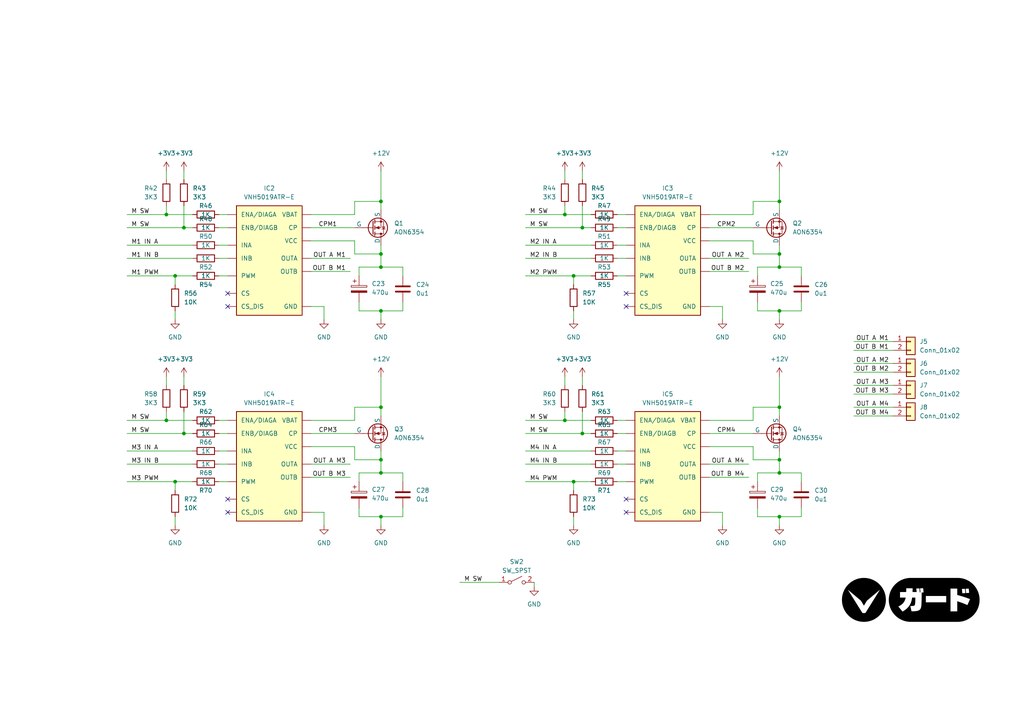
<source format=kicad_sch>
(kicad_sch (version 20231120) (generator "eeschema") (generator_version "8.0")
  (paper "A4")
  (title_block (title "VNH5019 Motor Driver") (date "2024-04-11") (rev "1") (company "Sentinels Robotics") (comment 1 "Created By: Vincent Cayadi"))
  (lib_symbols
    (symbol "Connector_Generic:Conn_01x02" (pin_names (offset 1.016) hide)
      (property "Reference" "J" (at 0 2.54 0))
      (property "Value" "Conn_01x02" (at 0 -5.08 0))
      (symbol "Conn_01x02_1_1"
        (rectangle (start -1.27 -2.413) (end 0 -2.667) (stroke (width 0.1524)))
        (rectangle (start -1.27 0.127) (end 0 -0.127) (stroke (width 0.1524)))
        (rectangle (start -1.27 1.27) (end 1.27 -3.81) (stroke (width 0.254)) (fill (type background)))
        (pin passive line (at -5.08 0 0) (length 3.81) (name "Pin_1") (number "1"))
        (pin passive line (at -5.08 -2.54 0) (length 3.81) (name "Pin_2") (number "2"))
      )
    )
    (symbol "Device:C" (pin_numbers hide) (pin_names (offset 0.254))
      (property "Reference" "C" (at 0.635 2.54 0))
      (property "Value" "C" (at 0.635 -2.54 0))
      (symbol "C_0_1"
        (polyline (pts (xy -2.032 -0.762) (xy 2.032 -0.762)) (stroke (width 0.508)))
        (polyline (pts (xy -2.032 0.762) (xy 2.032 0.762)) (stroke (width 0.508)))
      )
      (symbol "C_1_1"
        (pin passive line (at 0 3.81 270) (length 2.794) (name "~") (number "1"))
        (pin passive line (at 0 -3.81 90) (length 2.794) (name "~") (number "2"))
      )
    )
    (symbol "Device:C_Polarized" (pin_numbers hide) (pin_names (offset 0.254))
      (property "Reference" "C" (at 0.635 2.54 0))
      (property "Value" "C_Polarized" (at 0.635 -2.54 0))
      (symbol "C_Polarized_0_1"
        (rectangle (start -2.286 0.508) (end 2.286 1.016))
        (polyline (pts (xy -1.778 2.286) (xy -0.762 2.286)))
        (polyline (pts (xy -1.27 2.794) (xy -1.27 1.778)))
        (rectangle (start 2.286 -0.508) (end -2.286 -1.016) (fill (type outline)))
      )
      (symbol "C_Polarized_1_1"
        (pin passive line (at 0 3.81 270) (length 2.794) (name "~") (number "1"))
        (pin passive line (at 0 -3.81 90) (length 2.794) (name "~") (number "2"))
      )
    )
    (symbol "Device:R" (pin_numbers hide) (pin_names (offset 0))
      (property "Reference" "R" (at 2.032 0 90))
      (property "Value" "R" (at 0 0 90))
      (symbol "R_0_1"
        (rectangle (start -1.016 -2.54) (end 1.016 2.54) (stroke (width 0.254)))
      )
      (symbol "R_1_1"
        (pin passive line (at 0 3.81 270) (length 1.27) (name "~") (number "1"))
        (pin passive line (at 0 -3.81 90) (length 1.27) (name "~") (number "2"))
      )
    )
    (symbol "Switch:SW_SPST" (pin_names (offset 0) hide)
      (property "Reference" "SW" (at 0 3.175 0))
      (property "Value" "SW_SPST" (at 0 -2.54 0))
      (symbol "SW_SPST_0_0"
        (circle (center -2.032 0) (radius 0.508))
        (polyline (pts (xy -1.524 0.254) (xy 1.524 1.778)))
        (circle (center 2.032 0) (radius 0.508))
      )
      (symbol "SW_SPST_1_1"
        (pin passive line (at -5.08 0 0) (length 2.54) (name "A") (number "1"))
        (pin passive line (at 5.08 0 180) (length 2.54) (name "B") (number "2"))
      )
    )
    (symbol "power:+12V" (power) (pin_names (offset 0))
      (property "Value" "+12V" (at 0 3.556 0))
      (symbol "+12V_0_1"
        (polyline (pts (xy -0.762 1.27) (xy 0 2.54)))
        (polyline (pts (xy 0 0) (xy 0 2.54)))
        (polyline (pts (xy 0 2.54) (xy 0.762 1.27)))
      )
      (symbol "+12V_1_1"
        (pin power_in line (at 0 0 90) (length 0) hide (name "+12V") (number "1"))
      )
    )
    (symbol "power:+3V3" (power) (pin_names (offset 0))
      (property "Value" "+3V3" (at 0 3.556 0))
      (symbol "+3V3_0_1"
        (polyline (pts (xy -0.762 1.27) (xy 0 2.54)))
        (polyline (pts (xy 0 0) (xy 0 2.54)))
        (polyline (pts (xy 0 2.54) (xy 0.762 1.27)))
      )
      (symbol "+3V3_1_1"
        (pin power_in line (at 0 0 90) (length 0) hide (name "+3V3") (number "1"))
      )
    )
    (symbol "power:GND" (power) (pin_names (offset 0))
      (property "Value" "GND" (at 0 -3.81 0))
      (symbol "GND_0_1"
        (polyline (pts (xy 0 0) (xy 0 -1.27) (xy 1.27 -1.27) (xy 0 -2.54) (xy -1.27 -1.27) (xy 0 -1.27)))
      )
      (symbol "GND_1_1"
        (pin power_in line (at 0 0 270) (length 0) hide (name "GND") (number "1"))
      )
    )
    (symbol "vincent:AON6354" (pin_numbers hide) (pin_names (offset 0))
      (property "Reference" "Q" (at 10.16 1.27 0))
      (property "Value" "AON6354" (at 10.16 -1.27 0))
      (symbol "AON6354_0_1"
        (polyline (pts (xy 5.334 0) (xy 2.54 0)))
        (polyline (pts (xy 5.334 1.905) (xy 5.334 -1.905)) (stroke (width 0.254)))
        (polyline (pts (xy 5.842 -1.27) (xy 5.842 -2.286)) (stroke (width 0.254)))
        (polyline (pts (xy 5.842 0.508) (xy 5.842 -0.508)) (stroke (width 0.254)))
        (polyline (pts (xy 5.842 2.286) (xy 5.842 1.27)) (stroke (width 0.254)))
        (polyline (pts (xy 7.62 2.54) (xy 7.62 1.778)))
        (polyline (pts (xy 7.62 -2.54) (xy 7.62 0) (xy 5.842 0)))
        (polyline (pts (xy 5.842 -1.778) (xy 8.382 -1.778) (xy 8.382 1.778) (xy 5.842 1.778)))
        (polyline (pts (xy 6.096 0) (xy 7.112 0.381) (xy 7.112 -0.381) (xy 6.096 0)) (fill (type outline)))
        (polyline (pts (xy 7.874 0.508) (xy 8.001 0.381) (xy 8.763 0.381) (xy 8.89 0.254)))
        (polyline (pts (xy 8.382 0.381) (xy 8.001 -0.254) (xy 8.763 -0.254) (xy 8.382 0.381)))
        (circle (center 6.731 0) (radius 2.794) (stroke (width 0.254)))
        (circle (center 7.62 -1.778) (radius 0.254) (fill (type outline)))
        (circle (center 7.62 1.778) (radius 0.254) (fill (type outline)))
      )
      (symbol "AON6354_1_1"
        (pin passive line (at 7.62 -5.08 90) (length 2.54) (name "S") (number "1"))
        (pin passive line (at 7.62 -5.08 90) (length 2.54) hide (name "S") (number "2"))
        (pin passive line (at 7.62 -5.08 90) (length 2.54) hide (name "S") (number "3"))
        (pin input line (at 0 0 0) (length 2.54) (name "G") (number "4"))
        (pin passive line (at 7.62 5.08 270) (length 2.54) (name "D") (number "5"))
        (pin passive line (at 7.62 5.08 270) (length 2.54) hide (name "D") (number "6"))
        (pin passive line (at 7.62 5.08 270) (length 2.54) hide (name "D") (number "7"))
        (pin passive line (at 7.62 5.08 270) (length 2.54) hide (name "D") (number "8"))
        (pin passive line (at 7.62 5.08 270) (length 2.54) hide (name "D") (number "9"))
      )
    )
    (symbol "vincent:VNH5019ATR-E" (pin_numbers hide) (pin_names (offset 1.27))
      (property "Reference" "IC" (at 5.08 6.35 0))
      (property "Value" "VNH5019ATR-E" (at 11.43 3.81 0))
      (symbol "VNH5019ATR-E_1_1"
        (rectangle (start 5.08 2.54) (end 24.13 -29.21) (stroke (width 0.254)) (fill (type background)))
        (pin input line (at 26.67 -12.7 180) (length 2.54) (name "OUTA") (number "1"))
        (pin input line (at 2.54 -12.7 0) (length 2.54) (name "INB") (number "10"))
        (pin input line (at 26.67 -3.81 180) (length 2.54) (name "CP") (number "11"))
        (pin input line (at 26.67 0 180) (length 2.54) (name "VBAT") (number "12"))
        (pin input line (at 26.67 -7.62 180) (length 2.54) hide (name "VCC") (number "13"))
        (pin no_connect line (at 26.67 -24.13 180) (length 2.54) hide (name "NC") (number "14"))
        (pin input line (at 26.67 -16.51 180) (length 2.54) (name "OUTB") (number "15"))
        (pin input line (at 26.67 -16.51 180) (length 2.54) hide (name "OUTB") (number "16"))
        (pin no_connect line (at 26.67 -24.13 180) (length 2.54) hide (name "NC") (number "17"))
        (pin input line (at 26.67 -26.67 180) (length 2.54) (name "GND") (number "18"))
        (pin input line (at 26.67 -26.67 180) (length 2.54) hide (name "GND") (number "19"))
        (pin no_connect line (at 26.67 -24.13 180) (length 2.54) hide (name "NC") (number "2"))
        (pin input line (at 26.67 -26.67 180) (length 2.54) hide (name "GND") (number "20"))
        (pin input line (at 26.67 -16.51 180) (length 2.54) hide (name "OUTB") (number "21"))
        (pin no_connect line (at 26.67 -24.13 180) (length 2.54) hide (name "NC") (number "22"))
        (pin input line (at 26.67 -7.62 180) (length 2.54) hide (name "VCC") (number "23"))
        (pin no_connect line (at 26.67 -24.13 180) (length 2.54) hide (name "NC") (number "24"))
        (pin input line (at 26.67 -12.7 180) (length 2.54) hide (name "OUTA") (number "25"))
        (pin input line (at 26.67 -26.67 180) (length 2.54) hide (name "GND") (number "26"))
        (pin input line (at 26.67 -26.67 180) (length 2.54) hide (name "GND") (number "27"))
        (pin input line (at 26.67 -26.67 180) (length 2.54) hide (name "GND") (number "28"))
        (pin no_connect line (at 26.67 -24.13 180) (length 2.54) hide (name "NC") (number "29"))
        (pin input line (at 26.67 -7.62 180) (length 2.54) (name "VCC") (number "3"))
        (pin input line (at 26.67 -12.7 180) (length 2.54) hide (name "OUTA") (number "30"))
        (pin input line (at 26.67 -12.7 180) (length 2.54) hide (name "OUTA") (number "31"))
        (pin input line (at 26.67 -16.51 180) (length 2.54) hide (name "OUTB") (number "32"))
        (pin input line (at 26.67 -7.62 180) (length 2.54) hide (name "VCC") (number "33"))
        (pin input line (at 2.54 -8.89 0) (length 2.54) (name "INA") (number "4"))
        (pin input line (at 2.54 0 0) (length 2.54) (name "ENA/DIAGA") (number "5"))
        (pin input line (at 2.54 -26.67 0) (length 2.54) (name "CS_DIS") (number "6"))
        (pin input line (at 2.54 -17.78 0) (length 2.54) (name "PWM") (number "7"))
        (pin input line (at 2.54 -22.86 0) (length 2.54) (name "CS") (number "8"))
        (pin input line (at 2.54 -3.81 0) (length 2.54) (name "ENB/DIAGB") (number "9"))
      )
    )
  )
  (junction (at 48.26 62.23))
  (junction (at 53.34 66.04))
  (junction (at 50.8 139.7))
  (junction (at 110.49 118.11))
  (junction (at 226.06 77.47))
  (junction (at 226.06 137.16))
  (junction (at 166.37 80.01))
  (junction (at 163.83 62.23))
  (junction (at 163.83 121.92))
  (junction (at 110.49 77.47))
  (junction (at 110.49 137.16))
  (junction (at 226.06 149.86))
  (junction (at 48.26 121.92))
  (junction (at 166.37 139.7))
  (junction (at 226.06 118.11))
  (junction (at 226.06 90.17))
  (junction (at 168.91 66.04))
  (junction (at 110.49 73.66))
  (junction (at 226.06 58.42))
  (junction (at 110.49 58.42))
  (junction (at 226.06 133.35))
  (junction (at 168.91 125.73))
  (junction (at 110.49 133.35))
  (junction (at 50.8 80.01))
  (junction (at 110.49 149.86))
  (junction (at 226.06 73.66))
  (junction (at 110.49 90.17))
  (junction (at 53.34 125.73))
  (no_connect (at 181.61 148.59))
  (no_connect (at 66.04 88.9))
  (no_connect (at 181.61 85.09))
  (no_connect (at 66.04 148.59))
  (no_connect (at 66.04 144.78))
  (no_connect (at 181.61 88.9))
  (no_connect (at 181.61 144.78))
  (no_connect (at 66.04 85.09))
  (wire (pts (xy 179.07 66.04) (xy 181.61 66.04)))
  (wire (pts (xy 166.37 80.01) (xy 171.45 80.01)))
  (wire (pts (xy 93.98 148.59) (xy 93.98 152.4)))
  (wire (pts (xy 48.26 62.23) (xy 55.88 62.23)))
  (wire (pts (xy 226.06 71.12) (xy 226.06 73.66)))
  (wire (pts (xy 90.17 74.93) (xy 101.6 74.93)))
  (wire (pts (xy 247.65 99.06) (xy 259.08 99.06)))
  (wire (pts (xy 232.41 137.16) (xy 232.41 139.7)))
  (wire (pts (xy 219.71 149.86) (xy 226.06 149.86)))
  (wire (pts (xy 152.4 125.73) (xy 168.91 125.73)))
  (wire (pts (xy 110.49 149.86) (xy 116.84 149.86)))
  (wire (pts (xy 226.06 90.17) (xy 232.41 90.17)))
  (wire (pts (xy 110.49 60.96) (xy 110.49 58.42)))
  (wire (pts (xy 50.8 90.17) (xy 50.8 92.71)))
  (wire (pts (xy 247.65 120.65) (xy 259.08 120.65)))
  (wire (pts (xy 247.65 105.41) (xy 259.08 105.41)))
  (wire (pts (xy 50.8 80.01) (xy 55.88 80.01)))
  (wire (pts (xy 226.06 60.96) (xy 226.06 58.42)))
  (wire (pts (xy 205.74 148.59) (xy 209.55 148.59)))
  (wire (pts (xy 205.74 121.92) (xy 218.44 121.92)))
  (wire (pts (xy 205.74 62.23) (xy 218.44 62.23)))
  (wire (pts (xy 63.5 121.92) (xy 66.04 121.92)))
  (wire (pts (xy 205.74 74.93) (xy 217.17 74.93)))
  (wire (pts (xy 168.91 66.04) (xy 171.45 66.04)))
  (wire (pts (xy 90.17 78.74) (xy 101.6 78.74)))
  (wire (pts (xy 36.83 71.12) (xy 55.88 71.12)))
  (wire (pts (xy 226.06 49.53) (xy 226.06 58.42)))
  (wire (pts (xy 152.4 74.93) (xy 171.45 74.93)))
  (wire (pts (xy 209.55 88.9) (xy 209.55 92.71)))
  (wire (pts (xy 205.74 66.04) (xy 218.44 66.04)))
  (wire (pts (xy 116.84 147.32) (xy 116.84 149.86)))
  (wire (pts (xy 36.83 74.93) (xy 55.88 74.93)))
  (wire (pts (xy 205.74 88.9) (xy 209.55 88.9)))
  (wire (pts (xy 152.4 134.62) (xy 171.45 134.62)))
  (wire (pts (xy 102.87 118.11) (xy 110.49 118.11)))
  (wire (pts (xy 104.14 137.16) (xy 104.14 139.7)))
  (wire (pts (xy 48.26 121.92) (xy 55.88 121.92)))
  (wire (pts (xy 226.06 77.47) (xy 232.41 77.47)))
  (wire (pts (xy 163.83 119.38) (xy 163.83 121.92)))
  (wire (pts (xy 104.14 90.17) (xy 110.49 90.17)))
  (wire (pts (xy 205.74 78.74) (xy 217.17 78.74)))
  (wire (pts (xy 152.4 139.7) (xy 166.37 139.7)))
  (wire (pts (xy 168.91 125.73) (xy 171.45 125.73)))
  (wire (pts (xy 166.37 80.01) (xy 166.37 82.55)))
  (wire (pts (xy 219.71 147.32) (xy 219.71 149.86)))
  (wire (pts (xy 219.71 137.16) (xy 219.71 139.7)))
  (wire (pts (xy 102.87 73.66) (xy 110.49 73.66)))
  (wire (pts (xy 179.07 130.81) (xy 181.61 130.81)))
  (wire (pts (xy 90.17 148.59) (xy 93.98 148.59)))
  (wire (pts (xy 48.26 49.53) (xy 48.26 52.07)))
  (wire (pts (xy 218.44 69.85) (xy 218.44 73.66)))
  (wire (pts (xy 48.26 59.69) (xy 48.26 62.23)))
  (wire (pts (xy 63.5 74.93) (xy 66.04 74.93)))
  (wire (pts (xy 218.44 58.42) (xy 226.06 58.42)))
  (wire (pts (xy 110.49 90.17) (xy 116.84 90.17)))
  (wire (pts (xy 219.71 90.17) (xy 226.06 90.17)))
  (wire (pts (xy 104.14 77.47) (xy 104.14 80.01)))
  (wire (pts (xy 104.14 87.63) (xy 104.14 90.17)))
  (wire (pts (xy 166.37 90.17) (xy 166.37 92.71)))
  (wire (pts (xy 63.5 71.12) (xy 66.04 71.12)))
  (wire (pts (xy 226.06 149.86) (xy 226.06 152.4)))
  (wire (pts (xy 209.55 148.59) (xy 209.55 152.4)))
  (wire (pts (xy 226.06 73.66) (xy 226.06 77.47)))
  (wire (pts (xy 152.4 80.01) (xy 166.37 80.01)))
  (wire (pts (xy 110.49 109.22) (xy 110.49 118.11)))
  (wire (pts (xy 179.07 121.92) (xy 181.61 121.92)))
  (wire (pts (xy 36.83 80.01) (xy 50.8 80.01)))
  (wire (pts (xy 168.91 119.38) (xy 168.91 125.73)))
  (wire (pts (xy 102.87 121.92) (xy 102.87 118.11)))
  (wire (pts (xy 163.83 62.23) (xy 171.45 62.23)))
  (wire (pts (xy 218.44 133.35) (xy 226.06 133.35)))
  (wire (pts (xy 219.71 77.47) (xy 226.06 77.47)))
  (wire (pts (xy 179.07 62.23) (xy 181.61 62.23)))
  (wire (pts (xy 90.17 69.85) (xy 102.87 69.85)))
  (wire (pts (xy 110.49 71.12) (xy 110.49 73.66)))
  (wire (pts (xy 63.5 80.01) (xy 66.04 80.01)))
  (wire (pts (xy 232.41 77.47) (xy 232.41 80.01)))
  (wire (pts (xy 102.87 62.23) (xy 102.87 58.42)))
  (wire (pts (xy 90.17 121.92) (xy 102.87 121.92)))
  (wire (pts (xy 163.83 49.53) (xy 163.83 52.07)))
  (wire (pts (xy 226.06 90.17) (xy 226.06 92.71)))
  (wire (pts (xy 53.34 66.04) (xy 55.88 66.04)))
  (wire (pts (xy 104.14 137.16) (xy 110.49 137.16)))
  (wire (pts (xy 163.83 121.92) (xy 171.45 121.92)))
  (wire (pts (xy 247.65 114.3) (xy 259.08 114.3)))
  (wire (pts (xy 48.26 119.38) (xy 48.26 121.92)))
  (wire (pts (xy 179.07 80.01) (xy 181.61 80.01)))
  (wire (pts (xy 110.49 120.65) (xy 110.49 118.11)))
  (wire (pts (xy 53.34 49.53) (xy 53.34 52.07)))
  (wire (pts (xy 226.06 149.86) (xy 232.41 149.86)))
  (wire (pts (xy 90.17 138.43) (xy 101.6 138.43)))
  (wire (pts (xy 102.87 129.54) (xy 102.87 133.35)))
  (wire (pts (xy 205.74 69.85) (xy 218.44 69.85)))
  (wire (pts (xy 50.8 139.7) (xy 55.88 139.7)))
  (wire (pts (xy 50.8 149.86) (xy 50.8 152.4)))
  (wire (pts (xy 205.74 138.43) (xy 217.17 138.43)))
  (wire (pts (xy 133.35 168.91) (xy 144.78 168.91)))
  (wire (pts (xy 93.98 88.9) (xy 93.98 92.71)))
  (wire (pts (xy 36.83 139.7) (xy 50.8 139.7)))
  (wire (pts (xy 102.87 69.85) (xy 102.87 73.66)))
  (wire (pts (xy 116.84 87.63) (xy 116.84 90.17)))
  (wire (pts (xy 116.84 77.47) (xy 116.84 80.01)))
  (wire (pts (xy 152.4 121.92) (xy 163.83 121.92)))
  (wire (pts (xy 50.8 80.01) (xy 50.8 82.55)))
  (wire (pts (xy 218.44 118.11) (xy 226.06 118.11)))
  (wire (pts (xy 63.5 66.04) (xy 66.04 66.04)))
  (wire (pts (xy 154.94 170.18) (xy 154.94 168.91)))
  (wire (pts (xy 179.07 134.62) (xy 181.61 134.62)))
  (wire (pts (xy 90.17 66.04) (xy 102.87 66.04)))
  (wire (pts (xy 247.65 101.6) (xy 259.08 101.6)))
  (wire (pts (xy 36.83 125.73) (xy 53.34 125.73)))
  (wire (pts (xy 63.5 130.81) (xy 66.04 130.81)))
  (wire (pts (xy 166.37 139.7) (xy 166.37 142.24)))
  (wire (pts (xy 232.41 87.63) (xy 232.41 90.17)))
  (wire (pts (xy 226.06 130.81) (xy 226.06 133.35)))
  (wire (pts (xy 205.74 134.62) (xy 217.17 134.62)))
  (wire (pts (xy 104.14 149.86) (xy 110.49 149.86)))
  (wire (pts (xy 247.65 111.76) (xy 259.08 111.76)))
  (wire (pts (xy 232.41 147.32) (xy 232.41 149.86)))
  (wire (pts (xy 110.49 77.47) (xy 116.84 77.47)))
  (wire (pts (xy 226.06 120.65) (xy 226.06 118.11)))
  (wire (pts (xy 53.34 109.22) (xy 53.34 111.76)))
  (wire (pts (xy 152.4 62.23) (xy 163.83 62.23)))
  (wire (pts (xy 110.49 130.81) (xy 110.49 133.35)))
  (wire (pts (xy 90.17 129.54) (xy 102.87 129.54)))
  (wire (pts (xy 152.4 130.81) (xy 171.45 130.81)))
  (wire (pts (xy 163.83 59.69) (xy 163.83 62.23)))
  (wire (pts (xy 179.07 71.12) (xy 181.61 71.12)))
  (wire (pts (xy 205.74 129.54) (xy 218.44 129.54)))
  (wire (pts (xy 226.06 109.22) (xy 226.06 118.11)))
  (wire (pts (xy 168.91 109.22) (xy 168.91 111.76)))
  (wire (pts (xy 110.49 90.17) (xy 110.49 92.71)))
  (wire (pts (xy 36.83 134.62) (xy 55.88 134.62)))
  (wire (pts (xy 166.37 149.86) (xy 166.37 152.4)))
  (wire (pts (xy 110.49 73.66) (xy 110.49 77.47)))
  (wire (pts (xy 226.06 133.35) (xy 226.06 137.16)))
  (wire (pts (xy 104.14 147.32) (xy 104.14 149.86)))
  (wire (pts (xy 53.34 59.69) (xy 53.34 66.04)))
  (wire (pts (xy 168.91 59.69) (xy 168.91 66.04)))
  (wire (pts (xy 104.14 77.47) (xy 110.49 77.47)))
  (wire (pts (xy 90.17 88.9) (xy 93.98 88.9)))
  (wire (pts (xy 179.07 139.7) (xy 181.61 139.7)))
  (wire (pts (xy 63.5 125.73) (xy 66.04 125.73)))
  (wire (pts (xy 110.49 137.16) (xy 116.84 137.16)))
  (wire (pts (xy 50.8 139.7) (xy 50.8 142.24)))
  (wire (pts (xy 48.26 109.22) (xy 48.26 111.76)))
  (wire (pts (xy 205.74 125.73) (xy 218.44 125.73)))
  (wire (pts (xy 90.17 134.62) (xy 101.6 134.62)))
  (wire (pts (xy 247.65 107.95) (xy 259.08 107.95)))
  (wire (pts (xy 218.44 73.66) (xy 226.06 73.66)))
  (wire (pts (xy 36.83 62.23) (xy 48.26 62.23)))
  (wire (pts (xy 179.07 74.93) (xy 181.61 74.93)))
  (wire (pts (xy 218.44 62.23) (xy 218.44 58.42)))
  (wire (pts (xy 168.91 49.53) (xy 168.91 52.07)))
  (wire (pts (xy 218.44 129.54) (xy 218.44 133.35)))
  (wire (pts (xy 218.44 121.92) (xy 218.44 118.11)))
  (wire (pts (xy 36.83 66.04) (xy 53.34 66.04)))
  (wire (pts (xy 110.49 149.86) (xy 110.49 152.4)))
  (wire (pts (xy 226.06 137.16) (xy 232.41 137.16)))
  (wire (pts (xy 102.87 58.42) (xy 110.49 58.42)))
  (wire (pts (xy 110.49 133.35) (xy 110.49 137.16)))
  (wire (pts (xy 179.07 125.73) (xy 181.61 125.73)))
  (wire (pts (xy 63.5 62.23) (xy 66.04 62.23)))
  (wire (pts (xy 36.83 130.81) (xy 55.88 130.81)))
  (wire (pts (xy 116.84 137.16) (xy 116.84 139.7)))
  (wire (pts (xy 163.83 109.22) (xy 163.83 111.76)))
  (wire (pts (xy 90.17 125.73) (xy 102.87 125.73)))
  (wire (pts (xy 219.71 87.63) (xy 219.71 90.17)))
  (wire (pts (xy 63.5 134.62) (xy 66.04 134.62)))
  (wire (pts (xy 53.34 119.38) (xy 53.34 125.73)))
  (wire (pts (xy 53.34 125.73) (xy 55.88 125.73)))
  (wire (pts (xy 219.71 137.16) (xy 226.06 137.16)))
  (wire (pts (xy 247.65 118.11) (xy 259.08 118.11)))
  (wire (pts (xy 219.71 77.47) (xy 219.71 80.01)))
  (wire (pts (xy 102.87 133.35) (xy 110.49 133.35)))
  (wire (pts (xy 110.49 49.53) (xy 110.49 58.42)))
  (wire (pts (xy 90.17 62.23) (xy 102.87 62.23)))
  (wire (pts (xy 152.4 66.04) (xy 168.91 66.04)))
  (wire (pts (xy 36.83 121.92) (xy 48.26 121.92)))
  (wire (pts (xy 152.4 71.12) (xy 171.45 71.12)))
  (wire (pts (xy 166.37 139.7) (xy 171.45 139.7)))
  (wire (pts (xy 63.5 139.7) (xy 66.04 139.7)))
  (image (at 264.16 173.99) (scale 0.133286))
  (label "OUT A M2" (at 257.81 105.41 180))
  (label "M SW" (at 38.1 125.73 0))
  (label "OUT A M4" (at 215.9 134.62 180))
  (label "OUT B M4" (at 215.9 138.43 180))
  (label "OUT B M3" (at 257.81 114.3 180))
  (label "M3 IN B" (at 38.1 134.62 0))
  (label "M SW" (at 134.62 168.91 0))
  (label "M4 IN B" (at 153.67 134.62 0))
  (label "OUT A M1" (at 100.33 74.93 180))
  (label "M3 PWM" (at 38.1 139.7 0))
  (label "OUT B M4" (at 257.81 120.65 180))
  (label "M SW" (at 38.1 121.92 0))
  (label "M SW" (at 38.1 62.23 0))
  (label "OUT B M2" (at 215.9 78.74 180))
  (label "OUT A M3" (at 257.81 111.76 180))
  (label "OUT B M2" (at 257.81 107.95 180))
  (label "M SW" (at 153.67 66.04 0))
  (label "CPM3" (at 97.79 125.73 180))
  (label "CPM2" (at 213.36 66.04 180))
  (label "OUT A M3" (at 100.33 134.62 180))
  (label "M2 IN A" (at 153.67 71.12 0))
  (label "OUT B M1" (at 257.81 101.6 180))
  (label "M2 IN B" (at 153.67 74.93 0))
  (label "OUT B M1" (at 100.33 78.74 180))
  (label "M2 PWM" (at 153.67 80.01 0))
  (label "OUT A M1" (at 257.81 99.06 180))
  (label "M SW" (at 38.1 66.04 0))
  (label "M4 PWM" (at 153.67 139.7 0))
  (label "M SW" (at 153.67 121.92 0))
  (label "M1 PWM" (at 38.1 80.01 0))
  (label "M1 IN B" (at 38.1 74.93 0))
  (label "OUT A M2" (at 215.9 74.93 180))
  (label "OUT A M4" (at 257.81 118.11 180))
  (label "M4 IN A" (at 153.67 130.81 0))
  (label "M SW" (at 153.67 62.23 0))
  (label "CPM1" (at 97.79 66.04 180))
  (label "M1 IN A" (at 38.1 71.12 0))
  (label "OUT B M3" (at 100.33 138.43 180))
  (label "M SW" (at 153.67 125.73 0))
  (label "CPM4" (at 213.36 125.73 180))
  (label "M3 IN A" (at 38.1 130.81 0))
  (symbol (lib_id "Device:C") (at 232.41 143.51 0) (mirror y) (unit 1)
    (property "Reference" "C30" (at 236.22 142.2399 0) (effects (justify right)))
    (property "Value" "0u1" (at 236.22 144.7799 0) (effects (justify right)))
    (property "Footprint" "Library:cap0603" (effects (hide yes)))
    (property "LCSC" "C3011705" (effects (hide yes)))
  )
  (symbol (lib_id "Device:R") (at 59.69 125.73 90) (unit 1)
    (property "Reference" "R64" (at 59.69 123.19 90))
    (property "Value" "1K" (at 59.69 125.73 90))
    (property "Footprint" "Library:res0603" (effects (hide yes)))
  )
  (symbol (lib_id "Device:R") (at 175.26 71.12 90) (unit 1)
    (property "Reference" "R51" (at 175.26 68.58 90))
    (property "Value" "1K" (at 175.26 71.12 90))
    (property "Footprint" "Library:res0603" (effects (hide yes)))
  )
  (symbol (lib_id "vincent:AON6354") (at 218.44 66.04 0) (mirror x) (unit 1)
    (property "Reference" "Q2" (at 229.87 64.77 0) (effects (justify left)))
    (property "Value" "AON6354" (at 229.87 67.31 0) (effects (justify left)))
    (property "Footprint" "Library:8-DFN (5x6)" (effects (hide yes)))
    (property "Datasheet" "https://aosmd.com/res/data_sheets/AON6354.pdf" (effects (hide yes)))
  )
  (symbol (lib_id "Device:R") (at 48.26 115.57 0) (mirror x) (unit 1)
    (property "Reference" "R58" (at 45.72 114.3 0) (effects (justify right)))
    (property "Value" "3K3" (at 45.72 116.84 0) (effects (justify right)))
    (property "Footprint" "Library:res0603" (effects (hide yes)))
  )
  (symbol (lib_id "power:+3V3") (at 168.91 49.53 0) (unit 1)
    (property "Reference" "#PWR052" (effects (hide yes)))
    (property "Value" "+3V3" (at 168.91 44.45 0))
  )
  (symbol (lib_id "vincent:VNH5019ATR-E") (at 63.5 121.92 0) (unit 1)
    (property "Reference" "IC4" (at 78.105 114.3 0))
    (property "Value" "VNH5019ATR-E" (at 78.105 116.84 0))
    (property "Footprint" "Library:ST_MultiPowerSO-30" (effects (hide yes)))
    (property "Datasheet" "https://www.st.com/resource/en/datasheet/vnh5019a-e.pdf" (effects (hide yes)))
    (property "Mouser Part Number" "511-VNH5019ATR-E" (effects (hide yes)))
    (property "Mouser Price/Stock" "https://www.mouser.co.uk/ProductDetail/STMicroelectronics/VNH5019ATR-E?qs=T%2FOtf55vL7cDceYVZzSNKw%3D%3D" (effects (hide yes)))
    (property "Manufacturer_Name" "STMicroelectronics" (effects (hide yes)))
    (property "Manufacturer_Part_Number" "VNH5019ATR-E" (effects (hide yes)))
  )
  (symbol (lib_id "Device:R") (at 168.91 55.88 180) (unit 1)
    (property "Reference" "R45" (at 171.45 54.61 0) (effects (justify right)))
    (property "Value" "3K3" (at 171.45 57.15 0) (effects (justify right)))
    (property "Footprint" "Library:res0603" (effects (hide yes)))
  )
  (symbol (lib_id "power:GND") (at 93.98 152.4 0) (unit 1)
    (property "Reference" "#PWR067" (effects (hide yes)))
    (property "Value" "GND" (at 93.98 157.48 0))
  )
  (symbol (lib_id "power:+3V3") (at 53.34 109.22 0) (unit 1)
    (property "Reference" "#PWR061" (effects (hide yes)))
    (property "Value" "+3V3" (at 53.34 104.14 0))
  )
  (symbol (lib_id "Device:R") (at 166.37 86.36 0) (unit 1)
    (property "Reference" "R57" (at 168.91 85.09 0) (effects (justify left)))
    (property "Value" "10K" (at 168.91 87.63 0) (effects (justify left)))
    (property "Footprint" "Library:res0603" (effects (hide yes)))
  )
  (symbol (lib_id "Device:R") (at 163.83 115.57 0) (mirror x) (unit 1)
    (property "Reference" "R60" (at 161.29 114.3 0) (effects (justify right)))
    (property "Value" "3K3" (at 161.29 116.84 0) (effects (justify right)))
    (property "Footprint" "Library:res0603" (effects (hide yes)))
  )
  (symbol (lib_id "Device:C_Polarized") (at 219.71 143.51 0) (unit 1)
    (property "Reference" "C29" (at 223.3693 141.986 0) (effects (justify left)))
    (property "Value" "470u" (at 223.3693 144.526 0) (effects (justify left)))
    (property "Footprint" "Capacitor_SMD:CP_Elec_8x10" (effects (hide yes)))
    (property "LCSC" "C5162352" (effects (hide yes)))
  )
  (symbol (lib_id "Device:R") (at 50.8 146.05 0) (unit 1)
    (property "Reference" "R72" (at 53.34 144.78 0) (effects (justify left)))
    (property "Value" "10K" (at 53.34 147.32 0) (effects (justify left)))
    (property "Footprint" "Library:res0603" (effects (hide yes)))
  )
  (symbol (lib_id "Device:R") (at 175.26 125.73 90) (unit 1)
    (property "Reference" "R65" (at 175.26 123.19 90))
    (property "Value" "1K" (at 175.26 125.73 90))
    (property "Footprint" "Library:res0603" (effects (hide yes)))
  )
  (symbol (lib_id "power:GND") (at 110.49 152.4 0) (unit 1)
    (property "Reference" "#PWR068" (effects (hide yes)))
    (property "Value" "GND" (at 110.49 157.48 0))
  )
  (symbol (lib_id "vincent:AON6354") (at 102.87 66.04 0) (mirror x) (unit 1)
    (property "Reference" "Q1" (at 114.3 64.77 0) (effects (justify left)))
    (property "Value" "AON6354" (at 114.3 67.31 0) (effects (justify left)))
    (property "Footprint" "Library:8-DFN (5x6)" (effects (hide yes)))
    (property "Datasheet" "https://aosmd.com/res/data_sheets/AON6354.pdf" (effects (hide yes)))
  )
  (symbol (lib_id "power:+3V3") (at 168.91 109.22 0) (unit 1)
    (property "Reference" "#PWR064" (effects (hide yes)))
    (property "Value" "+3V3" (at 168.91 104.14 0))
  )
  (symbol (lib_id "vincent:VNH5019ATR-E") (at 179.07 121.92 0) (unit 1)
    (property "Reference" "IC5" (at 193.675 114.3 0))
    (property "Value" "VNH5019ATR-E" (at 193.675 116.84 0))
    (property "Footprint" "Library:ST_MultiPowerSO-30" (effects (hide yes)))
    (property "Datasheet" "https://www.st.com/resource/en/datasheet/vnh5019a-e.pdf" (effects (hide yes)))
    (property "Mouser Part Number" "511-VNH5019ATR-E" (effects (hide yes)))
    (property "Mouser Price/Stock" "https://www.mouser.co.uk/ProductDetail/STMicroelectronics/VNH5019ATR-E?qs=T%2FOtf55vL7cDceYVZzSNKw%3D%3D" (effects (hide yes)))
    (property "Manufacturer_Name" "STMicroelectronics" (effects (hide yes)))
    (property "Manufacturer_Part_Number" "VNH5019ATR-E" (effects (hide yes)))
  )
  (symbol (lib_id "vincent:AON6354") (at 218.44 125.73 0) (mirror x) (unit 1)
    (property "Reference" "Q4" (at 229.87 124.46 0) (effects (justify left)))
    (property "Value" "AON6354" (at 229.87 127 0) (effects (justify left)))
    (property "Footprint" "Library:8-DFN (5x6)" (effects (hide yes)))
    (property "Datasheet" "https://aosmd.com/res/data_sheets/AON6354.pdf" (effects (hide yes)))
  )
  (symbol (lib_id "power:GND") (at 50.8 152.4 0) (unit 1)
    (property "Reference" "#PWR066" (effects (hide yes)))
    (property "Value" "GND" (at 50.8 157.48 0))
  )
  (symbol (lib_id "Device:C_Polarized") (at 104.14 83.82 0) (unit 1)
    (property "Reference" "C23" (at 107.7993 82.296 0) (effects (justify left)))
    (property "Value" "470u" (at 107.7993 84.836 0) (effects (justify left)))
    (property "Footprint" "Capacitor_SMD:CP_Elec_8x10" (effects (hide yes)))
    (property "LCSC" "C5162352" (effects (hide yes)))
  )
  (symbol (lib_id "Device:R") (at 175.26 139.7 90) (mirror x) (unit 1)
    (property "Reference" "R71" (at 175.26 142.24 90))
    (property "Value" "1K" (at 175.26 139.7 90))
    (property "Footprint" "Library:res0603" (effects (hide yes)))
  )
  (symbol (lib_id "Device:R") (at 59.69 139.7 90) (mirror x) (unit 1)
    (property "Reference" "R70" (at 59.69 142.24 90))
    (property "Value" "1K" (at 59.69 139.7 90))
    (property "Footprint" "Library:res0603" (effects (hide yes)))
  )
  (symbol (lib_id "Device:R") (at 175.26 80.01 90) (mirror x) (unit 1)
    (property "Reference" "R55" (at 175.26 82.55 90))
    (property "Value" "1K" (at 175.26 80.01 90))
    (property "Footprint" "Library:res0603" (effects (hide yes)))
  )
  (symbol (lib_id "Device:R") (at 175.26 66.04 90) (unit 1)
    (property "Reference" "R49" (at 175.26 63.5 90))
    (property "Value" "1K" (at 175.26 66.04 90))
    (property "Footprint" "Library:res0603" (effects (hide yes)))
  )
  (symbol (lib_id "Connector_Generic:Conn_01x02") (at 264.16 105.41 0) (unit 1)
    (property "Reference" "J6" (at 266.7 105.4099 0) (effects (justify left)))
    (property "Value" "Conn_01x02" (at 266.7 107.9499 0) (effects (justify left)))
    (property "Footprint" "Library:xt30-f" (effects (hide yes)))
    (property "Description" "Generic connector, single row, 01x02, script generated (kicad-library-utils/schlib/autogen/connector/)" (effects (hide yes)))
  )
  (symbol (lib_id "Device:R") (at 59.69 66.04 90) (unit 1)
    (property "Reference" "R48" (at 59.69 63.5 90))
    (property "Value" "1K" (at 59.69 66.04 90))
    (property "Footprint" "Library:res0603" (effects (hide yes)))
  )
  (symbol (lib_id "Device:R") (at 59.69 121.92 90) (unit 1)
    (property "Reference" "R62" (at 59.69 119.38 90))
    (property "Value" "1K" (at 59.69 121.92 90))
    (property "Footprint" "Library:res0603" (effects (hide yes)))
  )
  (symbol (lib_id "power:GND") (at 226.06 92.71 0) (unit 1)
    (property "Reference" "#PWR059" (effects (hide yes)))
    (property "Value" "GND" (at 226.06 97.79 0))
  )
  (symbol (lib_id "Device:R") (at 175.26 134.62 90) (mirror x) (unit 1)
    (property "Reference" "R69" (at 175.26 137.16 90))
    (property "Value" "1K" (at 175.26 134.62 90))
    (property "Footprint" "Library:res0603" (effects (hide yes)))
  )
  (symbol (lib_id "power:GND") (at 93.98 92.71 0) (unit 1)
    (property "Reference" "#PWR055" (effects (hide yes)))
    (property "Value" "GND" (at 93.98 97.79 0))
  )
  (symbol (lib_id "Device:R") (at 48.26 55.88 0) (mirror x) (unit 1)
    (property "Reference" "R42" (at 45.72 54.61 0) (effects (justify right)))
    (property "Value" "3K3" (at 45.72 57.15 0) (effects (justify right)))
    (property "Footprint" "Library:res0603" (effects (hide yes)))
  )
  (symbol (lib_id "power:+12V") (at 110.49 109.22 0) (unit 1)
    (property "Reference" "#PWR062" (effects (hide yes)))
    (property "Value" "+12V" (at 110.49 104.14 0))
  )
  (symbol (lib_id "Device:R") (at 175.26 121.92 90) (unit 1)
    (property "Reference" "R63" (at 175.26 119.38 90))
    (property "Value" "1K" (at 175.26 121.92 90))
    (property "Footprint" "Library:res0603" (effects (hide yes)))
  )
  (symbol (lib_id "Device:R") (at 59.69 62.23 90) (unit 1)
    (property "Reference" "R46" (at 59.69 59.69 90))
    (property "Value" "1K" (at 59.69 62.23 90))
    (property "Footprint" "Library:res0603" (effects (hide yes)))
  )
  (symbol (lib_id "power:+3V3") (at 53.34 49.53 0) (unit 1)
    (property "Reference" "#PWR049" (effects (hide yes)))
    (property "Value" "+3V3" (at 53.34 44.45 0))
  )
  (symbol (lib_id "Device:R") (at 59.69 80.01 90) (mirror x) (unit 1)
    (property "Reference" "R54" (at 59.69 82.55 90))
    (property "Value" "1K" (at 59.69 80.01 90))
    (property "Footprint" "Library:res0603" (effects (hide yes)))
  )
  (symbol (lib_id "Device:R") (at 175.26 62.23 90) (unit 1)
    (property "Reference" "R47" (at 175.26 59.69 90))
    (property "Value" "1K" (at 175.26 62.23 90))
    (property "Footprint" "Library:res0603" (effects (hide yes)))
  )
  (symbol (lib_id "Switch:SW_SPST") (at 149.86 168.91 0) (unit 1)
    (property "Reference" "SW2" (at 149.86 162.9391 0))
    (property "Value" "SW_SPST" (at 149.86 165.4791 0))
    (property "Footprint" "Connector_JST:JST_XH_B2B-XH-A_1x02_P2.50mm_Vertical" (effects (hide yes)))
  )
  (symbol (lib_id "vincent:VNH5019ATR-E") (at 63.5 62.23 0) (unit 1)
    (property "Reference" "IC2" (at 78.105 54.61 0))
    (property "Value" "VNH5019ATR-E" (at 78.105 57.15 0))
    (property "Footprint" "Library:ST_MultiPowerSO-30" (effects (hide yes)))
    (property "Datasheet" "https://www.st.com/resource/en/datasheet/vnh5019a-e.pdf" (effects (hide yes)))
    (property "Mouser Part Number" "511-VNH5019ATR-E" (effects (hide yes)))
    (property "Mouser Price/Stock" "https://www.mouser.co.uk/ProductDetail/STMicroelectronics/VNH5019ATR-E?qs=T%2FOtf55vL7cDceYVZzSNKw%3D%3D" (effects (hide yes)))
    (property "Manufacturer_Name" "STMicroelectronics" (effects (hide yes)))
    (property "Manufacturer_Part_Number" "VNH5019ATR-E" (effects (hide yes)))
  )
  (symbol (lib_id "power:+3V3") (at 163.83 109.22 0) (unit 1)
    (property "Reference" "#PWR063" (effects (hide yes)))
    (property "Value" "+3V3" (at 163.83 104.14 0))
  )
  (symbol (lib_id "Device:R") (at 168.91 115.57 180) (unit 1)
    (property "Reference" "R61" (at 171.45 114.3 0) (effects (justify right)))
    (property "Value" "3K3" (at 171.45 116.84 0) (effects (justify right)))
    (property "Footprint" "Library:res0603" (effects (hide yes)))
  )
  (symbol (lib_id "Device:R") (at 59.69 134.62 90) (mirror x) (unit 1)
    (property "Reference" "R68" (at 59.69 137.16 90))
    (property "Value" "1K" (at 59.69 134.62 90))
    (property "Footprint" "Library:res0603" (effects (hide yes)))
  )
  (symbol (lib_id "Device:R") (at 175.26 130.81 90) (unit 1)
    (property "Reference" "R67" (at 175.26 128.27 90))
    (property "Value" "1K" (at 175.26 130.81 90))
    (property "Footprint" "Library:res0603" (effects (hide yes)))
  )
  (symbol (lib_id "vincent:AON6354") (at 102.87 125.73 0) (mirror x) (unit 1)
    (property "Reference" "Q3" (at 114.3 124.46 0) (effects (justify left)))
    (property "Value" "AON6354" (at 114.3 127 0) (effects (justify left)))
    (property "Footprint" "Library:8-DFN (5x6)" (effects (hide yes)))
    (property "Datasheet" "https://aosmd.com/res/data_sheets/AON6354.pdf" (effects (hide yes)))
  )
  (symbol (lib_id "power:+3V3") (at 163.83 49.53 0) (unit 1)
    (property "Reference" "#PWR051" (effects (hide yes)))
    (property "Value" "+3V3" (at 163.83 44.45 0))
  )
  (symbol (lib_id "power:+12V") (at 226.06 109.22 0) (unit 1)
    (property "Reference" "#PWR065" (effects (hide yes)))
    (property "Value" "+12V" (at 226.06 104.14 0))
  )
  (symbol (lib_id "Connector_Generic:Conn_01x02") (at 264.16 99.06 0) (unit 1)
    (property "Reference" "J5" (at 266.7 99.0599 0) (effects (justify left)))
    (property "Value" "Conn_01x02" (at 266.7 101.5999 0) (effects (justify left)))
    (property "Footprint" "Library:xt30-f" (effects (hide yes)))
    (property "Description" "Generic connector, single row, 01x02, script generated (kicad-library-utils/schlib/autogen/connector/)" (effects (hide yes)))
  )
  (symbol (lib_id "power:GND") (at 226.06 152.4 0) (unit 1)
    (property "Reference" "#PWR071" (effects (hide yes)))
    (property "Value" "GND" (at 226.06 157.48 0))
  )
  (symbol (lib_id "Device:C_Polarized") (at 219.71 83.82 0) (unit 1)
    (property "Reference" "C25" (at 223.3693 82.296 0) (effects (justify left)))
    (property "Value" "470u" (at 223.3693 84.836 0) (effects (justify left)))
    (property "Footprint" "Capacitor_SMD:CP_Elec_8x10" (effects (hide yes)))
    (property "LCSC" "C5162352" (effects (hide yes)))
  )
  (symbol (lib_id "power:GND") (at 110.49 92.71 0) (unit 1)
    (property "Reference" "#PWR056" (effects (hide yes)))
    (property "Value" "GND" (at 110.49 97.79 0))
  )
  (symbol (lib_id "power:GND") (at 166.37 152.4 0) (unit 1)
    (property "Reference" "#PWR069" (effects (hide yes)))
    (property "Value" "GND" (at 166.37 157.48 0))
  )
  (symbol (lib_id "Device:R") (at 53.34 115.57 180) (unit 1)
    (property "Reference" "R59" (at 55.88 114.3 0) (effects (justify right)))
    (property "Value" "3K3" (at 55.88 116.84 0) (effects (justify right)))
    (property "Footprint" "Library:res0603" (effects (hide yes)))
  )
  (symbol (lib_id "Device:C_Polarized") (at 104.14 143.51 0) (unit 1)
    (property "Reference" "C27" (at 107.7993 141.986 0) (effects (justify left)))
    (property "Value" "470u" (at 107.7993 144.526 0) (effects (justify left)))
    (property "Footprint" "Capacitor_SMD:CP_Elec_8x10" (effects (hide yes)))
    (property "LCSC" "C5162352" (effects (hide yes)))
  )
  (symbol (lib_id "Device:R") (at 59.69 74.93 90) (mirror x) (unit 1)
    (property "Reference" "R52" (at 59.69 77.47 90))
    (property "Value" "1K" (at 59.69 74.93 90))
    (property "Footprint" "Library:res0603" (effects (hide yes)))
  )
  (symbol (lib_id "Device:R") (at 166.37 146.05 0) (unit 1)
    (property "Reference" "R73" (at 168.91 144.78 0) (effects (justify left)))
    (property "Value" "10K" (at 168.91 147.32 0) (effects (justify left)))
    (property "Footprint" "Library:res0603" (effects (hide yes)))
  )
  (symbol (lib_id "power:GND") (at 154.94 170.18 0) (unit 1)
    (property "Reference" "#PWR072" (effects (hide yes)))
    (property "Value" "GND" (at 154.94 175.26 0))
  )
  (symbol (lib_id "Device:R") (at 59.69 130.81 90) (unit 1)
    (property "Reference" "R66" (at 59.69 128.27 90))
    (property "Value" "1K" (at 59.69 130.81 90))
    (property "Footprint" "Library:res0603" (effects (hide yes)))
  )
  (symbol (lib_id "Device:C") (at 116.84 83.82 0) (mirror y) (unit 1)
    (property "Reference" "C24" (at 120.65 82.5499 0) (effects (justify right)))
    (property "Value" "0u1" (at 120.65 85.0899 0) (effects (justify right)))
    (property "Footprint" "Library:cap0603" (effects (hide yes)))
    (property "LCSC" "C3011705" (effects (hide yes)))
  )
  (symbol (lib_id "power:+12V") (at 226.06 49.53 0) (unit 1)
    (property "Reference" "#PWR053" (effects (hide yes)))
    (property "Value" "+12V" (at 226.06 44.45 0))
  )
  (symbol (lib_id "Device:C") (at 116.84 143.51 0) (mirror y) (unit 1)
    (property "Reference" "C28" (at 120.65 142.2399 0) (effects (justify right)))
    (property "Value" "0u1" (at 120.65 144.7799 0) (effects (justify right)))
    (property "Footprint" "Library:cap0603" (effects (hide yes)))
    (property "LCSC" "C3011705" (effects (hide yes)))
  )
  (symbol (lib_id "Device:R") (at 175.26 74.93 90) (mirror x) (unit 1)
    (property "Reference" "R53" (at 175.26 77.47 90))
    (property "Value" "1K" (at 175.26 74.93 90))
    (property "Footprint" "Library:res0603" (effects (hide yes)))
  )
  (symbol (lib_id "power:+12V") (at 110.49 49.53 0) (unit 1)
    (property "Reference" "#PWR050" (effects (hide yes)))
    (property "Value" "+12V" (at 110.49 44.45 0))
  )
  (symbol (lib_id "Device:R") (at 50.8 86.36 0) (unit 1)
    (property "Reference" "R56" (at 53.34 85.09 0) (effects (justify left)))
    (property "Value" "10K" (at 53.34 87.63 0) (effects (justify left)))
    (property "Footprint" "Library:res0603" (effects (hide yes)))
  )
  (symbol (lib_id "power:GND") (at 209.55 152.4 0) (unit 1)
    (property "Reference" "#PWR070" (effects (hide yes)))
    (property "Value" "GND" (at 209.55 157.48 0))
  )
  (symbol (lib_id "Connector_Generic:Conn_01x02") (at 264.16 111.76 0) (unit 1)
    (property "Reference" "J7" (at 266.7 111.7599 0) (effects (justify left)))
    (property "Value" "Conn_01x02" (at 266.7 114.2999 0) (effects (justify left)))
    (property "Footprint" "Library:xt30-f" (effects (hide yes)))
    (property "Description" "Generic connector, single row, 01x02, script generated (kicad-library-utils/schlib/autogen/connector/)" (effects (hide yes)))
  )
  (symbol (lib_id "power:+3V3") (at 48.26 49.53 0) (unit 1)
    (property "Reference" "#PWR048" (effects (hide yes)))
    (property "Value" "+3V3" (at 48.26 44.45 0))
  )
  (symbol (lib_id "power:GND") (at 209.55 92.71 0) (unit 1)
    (property "Reference" "#PWR058" (effects (hide yes)))
    (property "Value" "GND" (at 209.55 97.79 0))
  )
  (symbol (lib_id "Device:C") (at 232.41 83.82 0) (mirror y) (unit 1)
    (property "Reference" "C26" (at 236.22 82.5499 0) (effects (justify right)))
    (property "Value" "0u1" (at 236.22 85.0899 0) (effects (justify right)))
    (property "Footprint" "Library:cap0603" (effects (hide yes)))
    (property "LCSC" "C3011705" (effects (hide yes)))
  )
  (symbol (lib_id "power:GND") (at 50.8 92.71 0) (unit 1)
    (property "Reference" "#PWR054" (effects (hide yes)))
    (property "Value" "GND" (at 50.8 97.79 0))
  )
  (symbol (lib_id "power:+3V3") (at 48.26 109.22 0) (unit 1)
    (property "Reference" "#PWR060" (effects (hide yes)))
    (property "Value" "+3V3" (at 48.26 104.14 0))
  )
  (symbol (lib_id "Connector_Generic:Conn_01x02") (at 264.16 118.11 0) (unit 1)
    (property "Reference" "J8" (at 266.7 118.1099 0) (effects (justify left)))
    (property "Value" "Conn_01x02" (at 266.7 120.6499 0) (effects (justify left)))
    (property "Footprint" "Library:xt30-f" (effects (hide yes)))
    (property "Description" "Generic connector, single row, 01x02, script generated (kicad-library-utils/schlib/autogen/connector/)" (effects (hide yes)))
  )
  (symbol (lib_id "Device:R") (at 59.69 71.12 90) (unit 1)
    (property "Reference" "R50" (at 59.69 68.58 90))
    (property "Value" "1K" (at 59.69 71.12 90))
    (property "Footprint" "Library:res0603" (effects (hide yes)))
  )
  (symbol (lib_id "Device:R") (at 163.83 55.88 0) (mirror x) (unit 1)
    (property "Reference" "R44" (at 161.29 54.61 0) (effects (justify right)))
    (property "Value" "3K3" (at 161.29 57.15 0) (effects (justify right)))
    (property "Footprint" "Library:res0603" (effects (hide yes)))
  )
  (symbol (lib_id "Device:R") (at 53.34 55.88 180) (unit 1)
    (property "Reference" "R43" (at 55.88 54.61 0) (effects (justify right)))
    (property "Value" "3K3" (at 55.88 57.15 0) (effects (justify right)))
    (property "Footprint" "Library:res0603" (effects (hide yes)))
  )
  (symbol (lib_id "power:GND") (at 166.37 92.71 0) (unit 1)
    (property "Reference" "#PWR057" (effects (hide yes)))
    (property "Value" "GND" (at 166.37 97.79 0))
  )
  (symbol (lib_id "vincent:VNH5019ATR-E") (at 179.07 62.23 0) (unit 1)
    (property "Reference" "IC3" (at 193.675 54.61 0))
    (property "Value" "VNH5019ATR-E" (at 193.675 57.15 0))
    (property "Footprint" "Library:ST_MultiPowerSO-30" (effects (hide yes)))
    (property "Datasheet" "https://www.st.com/resource/en/datasheet/vnh5019a-e.pdf" (effects (hide yes)))
    (property "Mouser Part Number" "511-VNH5019ATR-E" (effects (hide yes)))
    (property "Mouser Price/Stock" "https://www.mouser.co.uk/ProductDetail/STMicroelectronics/VNH5019ATR-E?qs=T%2FOtf55vL7cDceYVZzSNKw%3D%3D" (effects (hide yes)))
    (property "Manufacturer_Name" "STMicroelectronics" (effects (hide yes)))
    (property "Manufacturer_Part_Number" "VNH5019ATR-E" (effects (hide yes)))
  )
)
</source>
